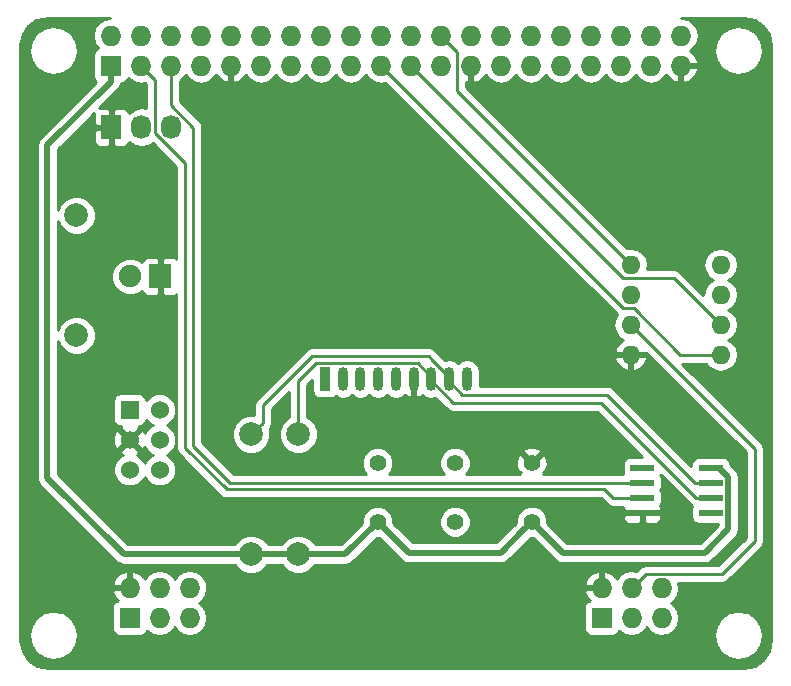
<source format=gtl>
G04 #@! TF.FileFunction,Copper,L1,Top,Signal*
%FSLAX46Y46*%
G04 Gerber Fmt 4.6, Leading zero omitted, Abs format (unit mm)*
G04 Created by KiCad (PCBNEW 4.0.5) date *
%MOMM*%
%LPD*%
G01*
G04 APERTURE LIST*
%ADD10C,0.150000*%
%ADD11R,1.727200X1.727200*%
%ADD12O,1.727200X1.727200*%
%ADD13R,1.727200X2.032000*%
%ADD14O,1.727200X2.032000*%
%ADD15O,1.600000X1.600000*%
%ADD16R,1.900000X2.000000*%
%ADD17C,1.900000*%
%ADD18C,1.400000*%
%ADD19C,1.998980*%
%ADD20R,1.524000X1.524000*%
%ADD21C,1.524000*%
%ADD22R,2.000000X0.600000*%
%ADD23R,0.900000X2.000000*%
%ADD24O,0.900000X2.000000*%
%ADD25C,0.250000*%
%ADD26C,0.500000*%
%ADD27C,0.254000*%
G04 APERTURE END LIST*
D10*
D11*
X83370000Y-68270000D03*
D12*
X83370000Y-65730000D03*
X85910000Y-68270000D03*
X85910000Y-65730000D03*
X88450000Y-68270000D03*
X88450000Y-65730000D03*
X90990000Y-68270000D03*
X90990000Y-65730000D03*
X93530000Y-68270000D03*
X93530000Y-65730000D03*
X96070000Y-68270000D03*
X96070000Y-65730000D03*
X98610000Y-68270000D03*
X98610000Y-65730000D03*
X101150000Y-68270000D03*
X101150000Y-65730000D03*
X103690000Y-68270000D03*
X103690000Y-65730000D03*
X106230000Y-68270000D03*
X106230000Y-65730000D03*
X108770000Y-68270000D03*
X108770000Y-65730000D03*
X111310000Y-68270000D03*
X111310000Y-65730000D03*
X113850000Y-68270000D03*
X113850000Y-65730000D03*
X116390000Y-68270000D03*
X116390000Y-65730000D03*
X118930000Y-68270000D03*
X118930000Y-65730000D03*
X121470000Y-68270000D03*
X121470000Y-65730000D03*
X124010000Y-68270000D03*
X124010000Y-65730000D03*
X126550000Y-68270000D03*
X126550000Y-65730000D03*
X129090000Y-68270000D03*
X129090000Y-65730000D03*
X131630000Y-68270000D03*
X131630000Y-65730000D03*
D13*
X83420000Y-73500000D03*
D14*
X85960000Y-73500000D03*
X88500000Y-73500000D03*
D15*
X127380000Y-85130000D03*
X127380000Y-87670000D03*
X127380000Y-90210000D03*
X127380000Y-92750000D03*
X135000000Y-92750000D03*
X135000000Y-90210000D03*
X135000000Y-87670000D03*
X135000000Y-85130000D03*
D16*
X87547600Y-86129100D03*
D17*
X85007600Y-86129100D03*
D18*
X105950000Y-106900000D03*
X105950000Y-101900000D03*
X112500000Y-106900000D03*
X112500000Y-101900000D03*
X119000000Y-106900000D03*
X119000000Y-101900000D03*
D19*
X95250000Y-109660000D03*
X95250000Y-99500000D03*
X99250000Y-109660000D03*
X99250000Y-99500000D03*
X80461000Y-80960200D03*
X80461000Y-91120200D03*
D11*
X84960000Y-115040000D03*
D12*
X84960000Y-112500000D03*
X87500000Y-115040000D03*
X87500000Y-112500000D03*
X90040000Y-115040000D03*
X90040000Y-112500000D03*
D11*
X124920000Y-115040000D03*
D12*
X124920000Y-112500000D03*
X127460000Y-115040000D03*
X127460000Y-112500000D03*
X130000000Y-115040000D03*
X130000000Y-112500000D03*
D20*
X84960000Y-97420000D03*
D21*
X84960000Y-99960000D03*
X84960000Y-102500000D03*
X87500000Y-102500000D03*
X87500000Y-99960000D03*
X87500000Y-97420000D03*
D22*
X128358480Y-102326680D03*
X128358480Y-103596680D03*
X128358480Y-104866680D03*
X128358480Y-106136680D03*
X134158480Y-106136680D03*
X134158480Y-104866680D03*
X134158480Y-103596680D03*
X134158480Y-102326680D03*
D23*
X101500000Y-94800000D03*
D24*
X103000000Y-94800000D03*
X104500000Y-94800000D03*
X106000000Y-94800000D03*
X109000000Y-94800000D03*
X110500000Y-94800000D03*
X107500000Y-94800000D03*
X112000000Y-94800000D03*
X113500000Y-94800000D03*
D25*
X128358480Y-103596680D02*
X97630000Y-103596680D01*
X97630000Y-103596680D02*
X97196680Y-103596680D01*
X90350000Y-100450000D02*
X93496680Y-103596680D01*
X93496680Y-103596680D02*
X97630000Y-103596680D01*
X90350000Y-96560248D02*
X90350000Y-100450000D01*
X90350000Y-96750000D02*
X90350000Y-96560248D01*
X90350000Y-96560248D02*
X90360248Y-96560248D01*
X90350000Y-96560248D02*
X90350000Y-73516652D01*
X90350000Y-73516652D02*
X88450000Y-71616652D01*
X88450000Y-71616652D02*
X88450000Y-68270000D01*
X128358480Y-104866680D02*
X125886680Y-104866680D01*
X125886680Y-104866680D02*
X125160000Y-104140000D01*
X125160000Y-104140000D02*
X93180000Y-104140000D01*
X93180000Y-104140000D02*
X89688610Y-100648610D01*
X87148610Y-69508610D02*
X85910000Y-68270000D01*
X89688610Y-100648610D02*
X89688610Y-76521958D01*
X89688610Y-76521958D02*
X87148610Y-73981958D01*
X87148610Y-73981958D02*
X87148610Y-69508610D01*
X135000000Y-92750000D02*
X131585002Y-92750000D01*
X131585002Y-92750000D02*
X127630003Y-88795001D01*
X127630003Y-88795001D02*
X126755001Y-88795001D01*
X126755001Y-88795001D02*
X107093599Y-69133599D01*
X107093599Y-69133599D02*
X106230000Y-68270000D01*
X135000000Y-90210000D02*
X131045001Y-86255001D01*
X131045001Y-86255001D02*
X126755001Y-86255001D01*
X126755001Y-86255001D02*
X109633599Y-69133599D01*
X109633599Y-69133599D02*
X108770000Y-68270000D01*
X111310000Y-65730000D02*
X112661399Y-67081399D01*
X112661399Y-70411399D02*
X126580001Y-84330001D01*
X112661399Y-67081399D02*
X112661399Y-70411399D01*
X126580001Y-84330001D02*
X127380000Y-85130000D01*
X137390000Y-100220000D02*
X137880000Y-100710000D01*
X135128601Y-111311399D02*
X133071787Y-111311399D01*
X137880000Y-100710000D02*
X137880000Y-108560000D01*
X137880000Y-108560000D02*
X135128601Y-111311399D01*
X133071787Y-111311399D02*
X130800000Y-111311399D01*
X137390000Y-100220000D02*
X137480000Y-100310000D01*
X127380000Y-90210000D02*
X137390000Y-100220000D01*
X130868763Y-111311399D02*
X130800000Y-111311399D01*
X130800000Y-111311399D02*
X128648601Y-111311399D01*
X128648601Y-111311399D02*
X128323599Y-111636401D01*
X128323599Y-111636401D02*
X127460000Y-112500000D01*
X134158480Y-104866680D02*
X132908480Y-104866680D01*
X132908480Y-104866680D02*
X124841800Y-96800000D01*
X124841800Y-96800000D02*
X112333260Y-96800000D01*
X133458480Y-104866680D02*
X134158480Y-104866680D01*
X110500000Y-95000000D02*
X110500000Y-94633260D01*
X110500000Y-94633260D02*
X109341739Y-93474999D01*
X109341739Y-93474999D02*
X100739999Y-93474999D01*
X100739999Y-93474999D02*
X99250000Y-94964998D01*
X99250000Y-94964998D02*
X99250000Y-98086508D01*
X99250000Y-98086508D02*
X99250000Y-99500000D01*
X110500000Y-95000000D02*
X110533260Y-95000000D01*
X110533260Y-95000000D02*
X112333260Y-96800000D01*
X113125010Y-96125010D02*
X125353220Y-96125010D01*
X125353220Y-96125010D02*
X132824890Y-103596680D01*
X132824890Y-103596680D02*
X132908480Y-103596680D01*
X132908480Y-103596680D02*
X134158480Y-103596680D01*
X110266740Y-92900000D02*
X110566740Y-93200000D01*
X110566740Y-93200000D02*
X112000000Y-94633260D01*
X112000000Y-94633260D02*
X112000000Y-95000000D01*
X95250000Y-99500000D02*
X96249489Y-98500511D01*
X96249489Y-98500511D02*
X96249489Y-97050511D01*
X96249489Y-97050511D02*
X100400000Y-92900000D01*
X100400000Y-92900000D02*
X110266740Y-92900000D01*
X112000000Y-95000000D02*
X113125010Y-96125010D01*
D26*
X105950000Y-106900000D02*
X108580000Y-109530000D01*
X108580000Y-109530000D02*
X116370000Y-109530000D01*
X116370000Y-109530000D02*
X118300001Y-107599999D01*
X118300001Y-107599999D02*
X119000000Y-106900000D01*
X133660000Y-109540000D02*
X135658480Y-107541520D01*
X135658480Y-107541520D02*
X135658480Y-103126680D01*
X134858480Y-102326680D02*
X134158480Y-102326680D01*
X135658480Y-103126680D02*
X134858480Y-102326680D01*
X121640000Y-109540000D02*
X133660000Y-109540000D01*
X119000000Y-106900000D02*
X121640000Y-109540000D01*
X95250000Y-109660000D02*
X84460000Y-109660000D01*
X84460000Y-109660000D02*
X78000000Y-103200000D01*
X78000000Y-75003600D02*
X83370000Y-69633600D01*
X78000000Y-103200000D02*
X78000000Y-75003600D01*
X83370000Y-69633600D02*
X83370000Y-68270000D01*
X99250000Y-109660000D02*
X103190000Y-109660000D01*
X103190000Y-109660000D02*
X105950000Y-106900000D01*
X95250000Y-109660000D02*
X99250000Y-109660000D01*
D27*
G36*
X82796511Y-64316115D02*
X82310330Y-64640971D01*
X81985474Y-65127152D01*
X81871400Y-65700641D01*
X81871400Y-65759359D01*
X81985474Y-66332848D01*
X82296574Y-66798442D01*
X82271083Y-66803238D01*
X82054959Y-66942310D01*
X81909969Y-67154510D01*
X81858960Y-67406400D01*
X81858960Y-69133600D01*
X81903238Y-69368917D01*
X82042310Y-69585041D01*
X82116374Y-69635647D01*
X77374210Y-74377810D01*
X77182367Y-74664925D01*
X77182367Y-74664926D01*
X77114999Y-75003600D01*
X77115000Y-75003605D01*
X77115000Y-103199995D01*
X77114999Y-103200000D01*
X77136053Y-103305841D01*
X77182367Y-103538675D01*
X77374210Y-103825790D01*
X83834208Y-110285787D01*
X83834210Y-110285790D01*
X84026054Y-110413975D01*
X84121326Y-110477634D01*
X84460000Y-110545001D01*
X84460005Y-110545000D01*
X93847153Y-110545000D01*
X93863538Y-110584655D01*
X94322927Y-111044846D01*
X94923453Y-111294206D01*
X95573694Y-111294774D01*
X96174655Y-111046462D01*
X96634846Y-110587073D01*
X96652316Y-110545000D01*
X97847153Y-110545000D01*
X97863538Y-110584655D01*
X98322927Y-111044846D01*
X98923453Y-111294206D01*
X99573694Y-111294774D01*
X100174655Y-111046462D01*
X100634846Y-110587073D01*
X100652316Y-110545000D01*
X103189995Y-110545000D01*
X103190000Y-110545001D01*
X103472484Y-110488810D01*
X103528675Y-110477633D01*
X103815790Y-110285790D01*
X105866651Y-108234928D01*
X106033494Y-108235073D01*
X107954208Y-110155787D01*
X107954210Y-110155790D01*
X108241325Y-110347633D01*
X108291598Y-110357633D01*
X108580000Y-110415001D01*
X108580005Y-110415000D01*
X116369995Y-110415000D01*
X116370000Y-110415001D01*
X116658402Y-110357633D01*
X116708675Y-110347633D01*
X116995790Y-110155790D01*
X118916651Y-108234928D01*
X119083494Y-108235073D01*
X121014208Y-110165787D01*
X121014210Y-110165790D01*
X121301325Y-110357633D01*
X121357516Y-110368810D01*
X121640000Y-110425001D01*
X121640005Y-110425000D01*
X133659995Y-110425000D01*
X133660000Y-110425001D01*
X133942484Y-110368810D01*
X133998675Y-110357633D01*
X134285790Y-110165790D01*
X136284267Y-108167312D01*
X136284270Y-108167310D01*
X136412455Y-107975466D01*
X136476114Y-107880194D01*
X136543481Y-107541520D01*
X136543480Y-107541515D01*
X136543480Y-103126685D01*
X136543481Y-103126680D01*
X136476113Y-102788006D01*
X136476113Y-102788005D01*
X136284270Y-102500890D01*
X136284267Y-102500888D01*
X135804961Y-102021581D01*
X135761642Y-101791363D01*
X135622570Y-101575239D01*
X135410370Y-101430249D01*
X135158480Y-101379240D01*
X133158480Y-101379240D01*
X132923163Y-101423518D01*
X132707039Y-101562590D01*
X132562049Y-101774790D01*
X132511040Y-102026680D01*
X132511040Y-102208028D01*
X125890621Y-95587609D01*
X125644059Y-95422862D01*
X125353220Y-95365010D01*
X114585000Y-95365010D01*
X114585000Y-94217968D01*
X114502409Y-93802756D01*
X114267211Y-93450757D01*
X113915212Y-93215559D01*
X113500000Y-93132968D01*
X113084788Y-93215559D01*
X112750000Y-93439257D01*
X112415212Y-93215559D01*
X112000000Y-93132968D01*
X111645103Y-93203561D01*
X111540581Y-93099039D01*
X125988096Y-93099039D01*
X126148959Y-93487423D01*
X126524866Y-93902389D01*
X127030959Y-94141914D01*
X127253000Y-94020629D01*
X127253000Y-92877000D01*
X127507000Y-92877000D01*
X127507000Y-94020629D01*
X127729041Y-94141914D01*
X128235134Y-93902389D01*
X128611041Y-93487423D01*
X128771904Y-93099039D01*
X128649915Y-92877000D01*
X127507000Y-92877000D01*
X127253000Y-92877000D01*
X126110085Y-92877000D01*
X125988096Y-93099039D01*
X111540581Y-93099039D01*
X110804141Y-92362599D01*
X110557579Y-92197852D01*
X110266740Y-92140000D01*
X100400000Y-92140000D01*
X100109161Y-92197852D01*
X99862599Y-92362599D01*
X95712088Y-96513110D01*
X95547341Y-96759672D01*
X95489489Y-97050511D01*
X95489489Y-97865718D01*
X94926306Y-97865226D01*
X94325345Y-98113538D01*
X93865154Y-98572927D01*
X93615794Y-99173453D01*
X93615226Y-99823694D01*
X93863538Y-100424655D01*
X94322927Y-100884846D01*
X94923453Y-101134206D01*
X95573694Y-101134774D01*
X96174655Y-100886462D01*
X96634846Y-100427073D01*
X96884206Y-99826547D01*
X96884774Y-99176306D01*
X96812039Y-99000274D01*
X96951637Y-98791350D01*
X97009489Y-98500511D01*
X97009489Y-97365313D01*
X98490000Y-95884802D01*
X98490000Y-98045504D01*
X98325345Y-98113538D01*
X97865154Y-98572927D01*
X97615794Y-99173453D01*
X97615226Y-99823694D01*
X97863538Y-100424655D01*
X98322927Y-100884846D01*
X98923453Y-101134206D01*
X99573694Y-101134774D01*
X100174655Y-100886462D01*
X100634846Y-100427073D01*
X100884206Y-99826547D01*
X100884774Y-99176306D01*
X100636462Y-98575345D01*
X100177073Y-98115154D01*
X100010000Y-98045779D01*
X100010000Y-95279800D01*
X100402560Y-94887240D01*
X100402560Y-95800000D01*
X100446838Y-96035317D01*
X100585910Y-96251441D01*
X100798110Y-96396431D01*
X101050000Y-96447440D01*
X101950000Y-96447440D01*
X102185317Y-96403162D01*
X102401441Y-96264090D01*
X102402453Y-96262609D01*
X102584788Y-96384441D01*
X103000000Y-96467032D01*
X103415212Y-96384441D01*
X103750000Y-96160743D01*
X104084788Y-96384441D01*
X104500000Y-96467032D01*
X104915212Y-96384441D01*
X105250000Y-96160743D01*
X105584788Y-96384441D01*
X106000000Y-96467032D01*
X106415212Y-96384441D01*
X106750000Y-96160743D01*
X107084788Y-96384441D01*
X107500000Y-96467032D01*
X107915212Y-96384441D01*
X108267211Y-96149243D01*
X108269923Y-96145184D01*
X108322592Y-96207013D01*
X108705999Y-96394408D01*
X108873000Y-96267502D01*
X108873000Y-94927000D01*
X108853000Y-94927000D01*
X108853000Y-94673000D01*
X108873000Y-94673000D01*
X108873000Y-94653000D01*
X109127000Y-94653000D01*
X109127000Y-94673000D01*
X109147000Y-94673000D01*
X109147000Y-94927000D01*
X109127000Y-94927000D01*
X109127000Y-96267502D01*
X109294001Y-96394408D01*
X109677408Y-96207013D01*
X109730077Y-96145184D01*
X109732789Y-96149243D01*
X110084788Y-96384441D01*
X110500000Y-96467032D01*
X110854897Y-96396439D01*
X111795859Y-97337401D01*
X112042420Y-97502148D01*
X112081895Y-97510000D01*
X112333260Y-97560000D01*
X124526998Y-97560000D01*
X128346238Y-101379240D01*
X127358480Y-101379240D01*
X127123163Y-101423518D01*
X126907039Y-101562590D01*
X126762049Y-101774790D01*
X126711040Y-102026680D01*
X126711040Y-102626680D01*
X126750554Y-102836680D01*
X119984764Y-102836680D01*
X120050526Y-102770918D01*
X119935277Y-102655669D01*
X120171042Y-102593831D01*
X120347419Y-102092878D01*
X120318664Y-101562560D01*
X120171042Y-101206169D01*
X119935275Y-101144331D01*
X119179605Y-101900000D01*
X119193748Y-101914142D01*
X119014142Y-102093748D01*
X119000000Y-102079605D01*
X118985858Y-102093748D01*
X118806252Y-101914142D01*
X118820395Y-101900000D01*
X118064725Y-101144331D01*
X117828958Y-101206169D01*
X117652581Y-101707122D01*
X117681336Y-102237440D01*
X117828958Y-102593831D01*
X118064723Y-102655669D01*
X117949474Y-102770918D01*
X118015236Y-102836680D01*
X113451309Y-102836680D01*
X113631098Y-102657204D01*
X113834768Y-102166713D01*
X113835231Y-101635617D01*
X113632418Y-101144771D01*
X113452686Y-100964725D01*
X118244331Y-100964725D01*
X119000000Y-101720395D01*
X119755669Y-100964725D01*
X119693831Y-100728958D01*
X119192878Y-100552581D01*
X118662560Y-100581336D01*
X118306169Y-100728958D01*
X118244331Y-100964725D01*
X113452686Y-100964725D01*
X113257204Y-100768902D01*
X112766713Y-100565232D01*
X112235617Y-100564769D01*
X111744771Y-100767582D01*
X111368902Y-101142796D01*
X111165232Y-101633287D01*
X111164769Y-102164383D01*
X111367582Y-102655229D01*
X111548717Y-102836680D01*
X106901309Y-102836680D01*
X107081098Y-102657204D01*
X107284768Y-102166713D01*
X107285231Y-101635617D01*
X107082418Y-101144771D01*
X106707204Y-100768902D01*
X106216713Y-100565232D01*
X105685617Y-100564769D01*
X105194771Y-100767582D01*
X104818902Y-101142796D01*
X104615232Y-101633287D01*
X104614769Y-102164383D01*
X104817582Y-102655229D01*
X104998717Y-102836680D01*
X93811482Y-102836680D01*
X91110000Y-100135198D01*
X91110000Y-96611768D01*
X91120248Y-96560248D01*
X91110000Y-96508728D01*
X91110000Y-73516652D01*
X91052148Y-73225813D01*
X90887401Y-72979251D01*
X89210000Y-71301850D01*
X89210000Y-69559262D01*
X89509670Y-69359029D01*
X89720000Y-69044248D01*
X89930330Y-69359029D01*
X90416511Y-69683885D01*
X90990000Y-69797959D01*
X91563489Y-69683885D01*
X92049670Y-69359029D01*
X92265664Y-69035772D01*
X92323179Y-69158490D01*
X92755053Y-69552688D01*
X93170974Y-69724958D01*
X93403000Y-69603817D01*
X93403000Y-68397000D01*
X93383000Y-68397000D01*
X93383000Y-68143000D01*
X93403000Y-68143000D01*
X93403000Y-68123000D01*
X93657000Y-68123000D01*
X93657000Y-68143000D01*
X93677000Y-68143000D01*
X93677000Y-68397000D01*
X93657000Y-68397000D01*
X93657000Y-69603817D01*
X93889026Y-69724958D01*
X94304947Y-69552688D01*
X94736821Y-69158490D01*
X94794336Y-69035772D01*
X95010330Y-69359029D01*
X95496511Y-69683885D01*
X96070000Y-69797959D01*
X96643489Y-69683885D01*
X97129670Y-69359029D01*
X97340000Y-69044248D01*
X97550330Y-69359029D01*
X98036511Y-69683885D01*
X98610000Y-69797959D01*
X99183489Y-69683885D01*
X99669670Y-69359029D01*
X99880000Y-69044248D01*
X100090330Y-69359029D01*
X100576511Y-69683885D01*
X101150000Y-69797959D01*
X101723489Y-69683885D01*
X102209670Y-69359029D01*
X102420000Y-69044248D01*
X102630330Y-69359029D01*
X103116511Y-69683885D01*
X103690000Y-69797959D01*
X104263489Y-69683885D01*
X104749670Y-69359029D01*
X104960000Y-69044248D01*
X105170330Y-69359029D01*
X105656511Y-69683885D01*
X106230000Y-69797959D01*
X106607973Y-69722775D01*
X126217600Y-89332402D01*
X126236945Y-89345328D01*
X126026120Y-89660849D01*
X125916887Y-90210000D01*
X126026120Y-90759151D01*
X126337189Y-91224698D01*
X126741703Y-91494986D01*
X126524866Y-91597611D01*
X126148959Y-92012577D01*
X125988096Y-92400961D01*
X126110085Y-92623000D01*
X127253000Y-92623000D01*
X127253000Y-92603000D01*
X127507000Y-92603000D01*
X127507000Y-92623000D01*
X128649915Y-92623000D01*
X128674127Y-92578929D01*
X137120000Y-101024802D01*
X137120000Y-108245198D01*
X134813799Y-110551399D01*
X128648601Y-110551399D01*
X128357761Y-110609251D01*
X128111200Y-110773998D01*
X127837973Y-111047225D01*
X127460000Y-110972041D01*
X126886511Y-111086115D01*
X126400330Y-111410971D01*
X126184336Y-111734228D01*
X126126821Y-111611510D01*
X125694947Y-111217312D01*
X125279026Y-111045042D01*
X125047000Y-111166183D01*
X125047000Y-112373000D01*
X125067000Y-112373000D01*
X125067000Y-112627000D01*
X125047000Y-112627000D01*
X125047000Y-112647000D01*
X124793000Y-112647000D01*
X124793000Y-112627000D01*
X123585531Y-112627000D01*
X123465032Y-112859027D01*
X123713179Y-113388490D01*
X123899433Y-113558495D01*
X123821083Y-113573238D01*
X123604959Y-113712310D01*
X123459969Y-113924510D01*
X123408960Y-114176400D01*
X123408960Y-115903600D01*
X123453238Y-116138917D01*
X123592310Y-116355041D01*
X123804510Y-116500031D01*
X124056400Y-116551040D01*
X125783600Y-116551040D01*
X126018917Y-116506762D01*
X126235041Y-116367690D01*
X126380031Y-116155490D01*
X126388864Y-116111869D01*
X126400330Y-116129029D01*
X126886511Y-116453885D01*
X127460000Y-116567959D01*
X128033489Y-116453885D01*
X128519670Y-116129029D01*
X128730000Y-115814248D01*
X128940330Y-116129029D01*
X129426511Y-116453885D01*
X130000000Y-116567959D01*
X130341653Y-116500000D01*
X134415000Y-116500000D01*
X134573711Y-117297895D01*
X135025682Y-117974318D01*
X135702105Y-118426289D01*
X136500000Y-118585000D01*
X137297895Y-118426289D01*
X137974318Y-117974318D01*
X138426289Y-117297895D01*
X138585000Y-116500000D01*
X138426289Y-115702105D01*
X137974318Y-115025682D01*
X137297895Y-114573711D01*
X136500000Y-114415000D01*
X135702105Y-114573711D01*
X135025682Y-115025682D01*
X134573711Y-115702105D01*
X134415000Y-116500000D01*
X130341653Y-116500000D01*
X130573489Y-116453885D01*
X131059670Y-116129029D01*
X131384526Y-115642848D01*
X131498600Y-115069359D01*
X131498600Y-115010641D01*
X131384526Y-114437152D01*
X131059670Y-113950971D01*
X130788828Y-113770000D01*
X131059670Y-113589029D01*
X131384526Y-113102848D01*
X131498600Y-112529359D01*
X131498600Y-112470641D01*
X131419186Y-112071399D01*
X135128601Y-112071399D01*
X135419440Y-112013547D01*
X135666002Y-111848800D01*
X138417401Y-109097401D01*
X138582148Y-108850839D01*
X138640000Y-108560000D01*
X138640000Y-100710000D01*
X138582148Y-100419161D01*
X138417401Y-100172599D01*
X131754802Y-93510000D01*
X133787005Y-93510000D01*
X133957189Y-93764698D01*
X134422736Y-94075767D01*
X134971887Y-94185000D01*
X135028113Y-94185000D01*
X135577264Y-94075767D01*
X136042811Y-93764698D01*
X136353880Y-93299151D01*
X136463113Y-92750000D01*
X136353880Y-92200849D01*
X136042811Y-91735302D01*
X135660725Y-91480000D01*
X136042811Y-91224698D01*
X136353880Y-90759151D01*
X136463113Y-90210000D01*
X136353880Y-89660849D01*
X136042811Y-89195302D01*
X135660725Y-88940000D01*
X136042811Y-88684698D01*
X136353880Y-88219151D01*
X136463113Y-87670000D01*
X136353880Y-87120849D01*
X136042811Y-86655302D01*
X135660725Y-86400000D01*
X136042811Y-86144698D01*
X136353880Y-85679151D01*
X136463113Y-85130000D01*
X136353880Y-84580849D01*
X136042811Y-84115302D01*
X135577264Y-83804233D01*
X135028113Y-83695000D01*
X134971887Y-83695000D01*
X134422736Y-83804233D01*
X133957189Y-84115302D01*
X133646120Y-84580849D01*
X133536887Y-85130000D01*
X133646120Y-85679151D01*
X133957189Y-86144698D01*
X134339275Y-86400000D01*
X133957189Y-86655302D01*
X133646120Y-87120849D01*
X133536887Y-87670000D01*
X133537405Y-87672603D01*
X131582402Y-85717600D01*
X131335840Y-85552853D01*
X131045001Y-85495001D01*
X128770510Y-85495001D01*
X128843113Y-85130000D01*
X128733880Y-84580849D01*
X128422811Y-84115302D01*
X127957264Y-83804233D01*
X127408113Y-83695000D01*
X127351887Y-83695000D01*
X127074898Y-83750096D01*
X113421399Y-70096597D01*
X113421399Y-69696141D01*
X113490974Y-69724958D01*
X113723000Y-69603817D01*
X113723000Y-68397000D01*
X113703000Y-68397000D01*
X113703000Y-68143000D01*
X113723000Y-68143000D01*
X113723000Y-68123000D01*
X113977000Y-68123000D01*
X113977000Y-68143000D01*
X113997000Y-68143000D01*
X113997000Y-68397000D01*
X113977000Y-68397000D01*
X113977000Y-69603817D01*
X114209026Y-69724958D01*
X114624947Y-69552688D01*
X115056821Y-69158490D01*
X115114336Y-69035772D01*
X115330330Y-69359029D01*
X115816511Y-69683885D01*
X116390000Y-69797959D01*
X116963489Y-69683885D01*
X117449670Y-69359029D01*
X117660000Y-69044248D01*
X117870330Y-69359029D01*
X118356511Y-69683885D01*
X118930000Y-69797959D01*
X119503489Y-69683885D01*
X119989670Y-69359029D01*
X120200000Y-69044248D01*
X120410330Y-69359029D01*
X120896511Y-69683885D01*
X121470000Y-69797959D01*
X122043489Y-69683885D01*
X122529670Y-69359029D01*
X122740000Y-69044248D01*
X122950330Y-69359029D01*
X123436511Y-69683885D01*
X124010000Y-69797959D01*
X124583489Y-69683885D01*
X125069670Y-69359029D01*
X125280000Y-69044248D01*
X125490330Y-69359029D01*
X125976511Y-69683885D01*
X126550000Y-69797959D01*
X127123489Y-69683885D01*
X127609670Y-69359029D01*
X127820000Y-69044248D01*
X128030330Y-69359029D01*
X128516511Y-69683885D01*
X129090000Y-69797959D01*
X129663489Y-69683885D01*
X130149670Y-69359029D01*
X130365664Y-69035772D01*
X130423179Y-69158490D01*
X130855053Y-69552688D01*
X131270974Y-69724958D01*
X131503000Y-69603817D01*
X131503000Y-68397000D01*
X131757000Y-68397000D01*
X131757000Y-69603817D01*
X131989026Y-69724958D01*
X132404947Y-69552688D01*
X132836821Y-69158490D01*
X133084968Y-68629027D01*
X132964469Y-68397000D01*
X131757000Y-68397000D01*
X131503000Y-68397000D01*
X131483000Y-68397000D01*
X131483000Y-68143000D01*
X131503000Y-68143000D01*
X131503000Y-68123000D01*
X131757000Y-68123000D01*
X131757000Y-68143000D01*
X132964469Y-68143000D01*
X133084968Y-67910973D01*
X132836821Y-67381510D01*
X132418848Y-67000000D01*
X134415000Y-67000000D01*
X134573711Y-67797895D01*
X135025682Y-68474318D01*
X135702105Y-68926289D01*
X136500000Y-69085000D01*
X137297895Y-68926289D01*
X137974318Y-68474318D01*
X138426289Y-67797895D01*
X138585000Y-67000000D01*
X138426289Y-66202105D01*
X137974318Y-65525682D01*
X137297895Y-65073711D01*
X136500000Y-64915000D01*
X135702105Y-65073711D01*
X135025682Y-65525682D01*
X134573711Y-66202105D01*
X134415000Y-67000000D01*
X132418848Y-67000000D01*
X132418839Y-66999992D01*
X132689670Y-66819029D01*
X133014526Y-66332848D01*
X133128600Y-65759359D01*
X133128600Y-65700641D01*
X133014526Y-65127152D01*
X132689670Y-64640971D01*
X132203489Y-64316115D01*
X131670013Y-64210000D01*
X136930069Y-64210000D01*
X137871023Y-64397167D01*
X138609439Y-64890561D01*
X139102833Y-65628977D01*
X139290000Y-66569931D01*
X139290000Y-116930069D01*
X139102833Y-117871023D01*
X138609439Y-118609439D01*
X137871023Y-119102833D01*
X136930069Y-119290000D01*
X78069931Y-119290000D01*
X77128977Y-119102833D01*
X76390561Y-118609439D01*
X75897167Y-117871023D01*
X75710000Y-116930069D01*
X75710000Y-116500000D01*
X76415000Y-116500000D01*
X76573711Y-117297895D01*
X77025682Y-117974318D01*
X77702105Y-118426289D01*
X78500000Y-118585000D01*
X79297895Y-118426289D01*
X79974318Y-117974318D01*
X80426289Y-117297895D01*
X80585000Y-116500000D01*
X80426289Y-115702105D01*
X79974318Y-115025682D01*
X79297895Y-114573711D01*
X78500000Y-114415000D01*
X77702105Y-114573711D01*
X77025682Y-115025682D01*
X76573711Y-115702105D01*
X76415000Y-116500000D01*
X75710000Y-116500000D01*
X75710000Y-114176400D01*
X83448960Y-114176400D01*
X83448960Y-115903600D01*
X83493238Y-116138917D01*
X83632310Y-116355041D01*
X83844510Y-116500031D01*
X84096400Y-116551040D01*
X85823600Y-116551040D01*
X86058917Y-116506762D01*
X86275041Y-116367690D01*
X86420031Y-116155490D01*
X86428864Y-116111869D01*
X86440330Y-116129029D01*
X86926511Y-116453885D01*
X87500000Y-116567959D01*
X88073489Y-116453885D01*
X88559670Y-116129029D01*
X88770000Y-115814248D01*
X88980330Y-116129029D01*
X89466511Y-116453885D01*
X90040000Y-116567959D01*
X90613489Y-116453885D01*
X91099670Y-116129029D01*
X91424526Y-115642848D01*
X91538600Y-115069359D01*
X91538600Y-115010641D01*
X91424526Y-114437152D01*
X91099670Y-113950971D01*
X90828828Y-113770000D01*
X91099670Y-113589029D01*
X91424526Y-113102848D01*
X91538600Y-112529359D01*
X91538600Y-112470641D01*
X91473025Y-112140973D01*
X123465032Y-112140973D01*
X123585531Y-112373000D01*
X124793000Y-112373000D01*
X124793000Y-111166183D01*
X124560974Y-111045042D01*
X124145053Y-111217312D01*
X123713179Y-111611510D01*
X123465032Y-112140973D01*
X91473025Y-112140973D01*
X91424526Y-111897152D01*
X91099670Y-111410971D01*
X90613489Y-111086115D01*
X90040000Y-110972041D01*
X89466511Y-111086115D01*
X88980330Y-111410971D01*
X88770000Y-111725752D01*
X88559670Y-111410971D01*
X88073489Y-111086115D01*
X87500000Y-110972041D01*
X86926511Y-111086115D01*
X86440330Y-111410971D01*
X86224336Y-111734228D01*
X86166821Y-111611510D01*
X85734947Y-111217312D01*
X85319026Y-111045042D01*
X85087000Y-111166183D01*
X85087000Y-112373000D01*
X85107000Y-112373000D01*
X85107000Y-112627000D01*
X85087000Y-112627000D01*
X85087000Y-112647000D01*
X84833000Y-112647000D01*
X84833000Y-112627000D01*
X83625531Y-112627000D01*
X83505032Y-112859027D01*
X83753179Y-113388490D01*
X83939433Y-113558495D01*
X83861083Y-113573238D01*
X83644959Y-113712310D01*
X83499969Y-113924510D01*
X83448960Y-114176400D01*
X75710000Y-114176400D01*
X75710000Y-112140973D01*
X83505032Y-112140973D01*
X83625531Y-112373000D01*
X84833000Y-112373000D01*
X84833000Y-111166183D01*
X84600974Y-111045042D01*
X84185053Y-111217312D01*
X83753179Y-111611510D01*
X83505032Y-112140973D01*
X75710000Y-112140973D01*
X75710000Y-67000000D01*
X76415000Y-67000000D01*
X76573711Y-67797895D01*
X77025682Y-68474318D01*
X77702105Y-68926289D01*
X78500000Y-69085000D01*
X79297895Y-68926289D01*
X79974318Y-68474318D01*
X80426289Y-67797895D01*
X80585000Y-67000000D01*
X80426289Y-66202105D01*
X79974318Y-65525682D01*
X79297895Y-65073711D01*
X78500000Y-64915000D01*
X77702105Y-65073711D01*
X77025682Y-65525682D01*
X76573711Y-66202105D01*
X76415000Y-67000000D01*
X75710000Y-67000000D01*
X75710000Y-66569931D01*
X75897167Y-65628977D01*
X76390561Y-64890561D01*
X77074008Y-64433896D01*
X81985051Y-64433896D01*
X81993651Y-64483571D01*
X82020899Y-64525985D01*
X82062502Y-64554457D01*
X82111905Y-64564500D01*
X82188100Y-64564557D01*
X82223839Y-64559453D01*
X82268455Y-64535981D01*
X82300424Y-64497001D01*
X82314709Y-64448655D01*
X82314714Y-64448598D01*
X82306515Y-64391341D01*
X82279235Y-64348947D01*
X82237610Y-64320506D01*
X82188200Y-64310500D01*
X82112000Y-64310500D01*
X82069217Y-64317923D01*
X82026065Y-64343989D01*
X81996455Y-64384790D01*
X81985051Y-64433896D01*
X77074008Y-64433896D01*
X77128977Y-64397167D01*
X78069931Y-64210000D01*
X83329987Y-64210000D01*
X82796511Y-64316115D01*
X82796511Y-64316115D01*
G37*
X82796511Y-64316115D02*
X82310330Y-64640971D01*
X81985474Y-65127152D01*
X81871400Y-65700641D01*
X81871400Y-65759359D01*
X81985474Y-66332848D01*
X82296574Y-66798442D01*
X82271083Y-66803238D01*
X82054959Y-66942310D01*
X81909969Y-67154510D01*
X81858960Y-67406400D01*
X81858960Y-69133600D01*
X81903238Y-69368917D01*
X82042310Y-69585041D01*
X82116374Y-69635647D01*
X77374210Y-74377810D01*
X77182367Y-74664925D01*
X77182367Y-74664926D01*
X77114999Y-75003600D01*
X77115000Y-75003605D01*
X77115000Y-103199995D01*
X77114999Y-103200000D01*
X77136053Y-103305841D01*
X77182367Y-103538675D01*
X77374210Y-103825790D01*
X83834208Y-110285787D01*
X83834210Y-110285790D01*
X84026054Y-110413975D01*
X84121326Y-110477634D01*
X84460000Y-110545001D01*
X84460005Y-110545000D01*
X93847153Y-110545000D01*
X93863538Y-110584655D01*
X94322927Y-111044846D01*
X94923453Y-111294206D01*
X95573694Y-111294774D01*
X96174655Y-111046462D01*
X96634846Y-110587073D01*
X96652316Y-110545000D01*
X97847153Y-110545000D01*
X97863538Y-110584655D01*
X98322927Y-111044846D01*
X98923453Y-111294206D01*
X99573694Y-111294774D01*
X100174655Y-111046462D01*
X100634846Y-110587073D01*
X100652316Y-110545000D01*
X103189995Y-110545000D01*
X103190000Y-110545001D01*
X103472484Y-110488810D01*
X103528675Y-110477633D01*
X103815790Y-110285790D01*
X105866651Y-108234928D01*
X106033494Y-108235073D01*
X107954208Y-110155787D01*
X107954210Y-110155790D01*
X108241325Y-110347633D01*
X108291598Y-110357633D01*
X108580000Y-110415001D01*
X108580005Y-110415000D01*
X116369995Y-110415000D01*
X116370000Y-110415001D01*
X116658402Y-110357633D01*
X116708675Y-110347633D01*
X116995790Y-110155790D01*
X118916651Y-108234928D01*
X119083494Y-108235073D01*
X121014208Y-110165787D01*
X121014210Y-110165790D01*
X121301325Y-110357633D01*
X121357516Y-110368810D01*
X121640000Y-110425001D01*
X121640005Y-110425000D01*
X133659995Y-110425000D01*
X133660000Y-110425001D01*
X133942484Y-110368810D01*
X133998675Y-110357633D01*
X134285790Y-110165790D01*
X136284267Y-108167312D01*
X136284270Y-108167310D01*
X136412455Y-107975466D01*
X136476114Y-107880194D01*
X136543481Y-107541520D01*
X136543480Y-107541515D01*
X136543480Y-103126685D01*
X136543481Y-103126680D01*
X136476113Y-102788006D01*
X136476113Y-102788005D01*
X136284270Y-102500890D01*
X136284267Y-102500888D01*
X135804961Y-102021581D01*
X135761642Y-101791363D01*
X135622570Y-101575239D01*
X135410370Y-101430249D01*
X135158480Y-101379240D01*
X133158480Y-101379240D01*
X132923163Y-101423518D01*
X132707039Y-101562590D01*
X132562049Y-101774790D01*
X132511040Y-102026680D01*
X132511040Y-102208028D01*
X125890621Y-95587609D01*
X125644059Y-95422862D01*
X125353220Y-95365010D01*
X114585000Y-95365010D01*
X114585000Y-94217968D01*
X114502409Y-93802756D01*
X114267211Y-93450757D01*
X113915212Y-93215559D01*
X113500000Y-93132968D01*
X113084788Y-93215559D01*
X112750000Y-93439257D01*
X112415212Y-93215559D01*
X112000000Y-93132968D01*
X111645103Y-93203561D01*
X111540581Y-93099039D01*
X125988096Y-93099039D01*
X126148959Y-93487423D01*
X126524866Y-93902389D01*
X127030959Y-94141914D01*
X127253000Y-94020629D01*
X127253000Y-92877000D01*
X127507000Y-92877000D01*
X127507000Y-94020629D01*
X127729041Y-94141914D01*
X128235134Y-93902389D01*
X128611041Y-93487423D01*
X128771904Y-93099039D01*
X128649915Y-92877000D01*
X127507000Y-92877000D01*
X127253000Y-92877000D01*
X126110085Y-92877000D01*
X125988096Y-93099039D01*
X111540581Y-93099039D01*
X110804141Y-92362599D01*
X110557579Y-92197852D01*
X110266740Y-92140000D01*
X100400000Y-92140000D01*
X100109161Y-92197852D01*
X99862599Y-92362599D01*
X95712088Y-96513110D01*
X95547341Y-96759672D01*
X95489489Y-97050511D01*
X95489489Y-97865718D01*
X94926306Y-97865226D01*
X94325345Y-98113538D01*
X93865154Y-98572927D01*
X93615794Y-99173453D01*
X93615226Y-99823694D01*
X93863538Y-100424655D01*
X94322927Y-100884846D01*
X94923453Y-101134206D01*
X95573694Y-101134774D01*
X96174655Y-100886462D01*
X96634846Y-100427073D01*
X96884206Y-99826547D01*
X96884774Y-99176306D01*
X96812039Y-99000274D01*
X96951637Y-98791350D01*
X97009489Y-98500511D01*
X97009489Y-97365313D01*
X98490000Y-95884802D01*
X98490000Y-98045504D01*
X98325345Y-98113538D01*
X97865154Y-98572927D01*
X97615794Y-99173453D01*
X97615226Y-99823694D01*
X97863538Y-100424655D01*
X98322927Y-100884846D01*
X98923453Y-101134206D01*
X99573694Y-101134774D01*
X100174655Y-100886462D01*
X100634846Y-100427073D01*
X100884206Y-99826547D01*
X100884774Y-99176306D01*
X100636462Y-98575345D01*
X100177073Y-98115154D01*
X100010000Y-98045779D01*
X100010000Y-95279800D01*
X100402560Y-94887240D01*
X100402560Y-95800000D01*
X100446838Y-96035317D01*
X100585910Y-96251441D01*
X100798110Y-96396431D01*
X101050000Y-96447440D01*
X101950000Y-96447440D01*
X102185317Y-96403162D01*
X102401441Y-96264090D01*
X102402453Y-96262609D01*
X102584788Y-96384441D01*
X103000000Y-96467032D01*
X103415212Y-96384441D01*
X103750000Y-96160743D01*
X104084788Y-96384441D01*
X104500000Y-96467032D01*
X104915212Y-96384441D01*
X105250000Y-96160743D01*
X105584788Y-96384441D01*
X106000000Y-96467032D01*
X106415212Y-96384441D01*
X106750000Y-96160743D01*
X107084788Y-96384441D01*
X107500000Y-96467032D01*
X107915212Y-96384441D01*
X108267211Y-96149243D01*
X108269923Y-96145184D01*
X108322592Y-96207013D01*
X108705999Y-96394408D01*
X108873000Y-96267502D01*
X108873000Y-94927000D01*
X108853000Y-94927000D01*
X108853000Y-94673000D01*
X108873000Y-94673000D01*
X108873000Y-94653000D01*
X109127000Y-94653000D01*
X109127000Y-94673000D01*
X109147000Y-94673000D01*
X109147000Y-94927000D01*
X109127000Y-94927000D01*
X109127000Y-96267502D01*
X109294001Y-96394408D01*
X109677408Y-96207013D01*
X109730077Y-96145184D01*
X109732789Y-96149243D01*
X110084788Y-96384441D01*
X110500000Y-96467032D01*
X110854897Y-96396439D01*
X111795859Y-97337401D01*
X112042420Y-97502148D01*
X112081895Y-97510000D01*
X112333260Y-97560000D01*
X124526998Y-97560000D01*
X128346238Y-101379240D01*
X127358480Y-101379240D01*
X127123163Y-101423518D01*
X126907039Y-101562590D01*
X126762049Y-101774790D01*
X126711040Y-102026680D01*
X126711040Y-102626680D01*
X126750554Y-102836680D01*
X119984764Y-102836680D01*
X120050526Y-102770918D01*
X119935277Y-102655669D01*
X120171042Y-102593831D01*
X120347419Y-102092878D01*
X120318664Y-101562560D01*
X120171042Y-101206169D01*
X119935275Y-101144331D01*
X119179605Y-101900000D01*
X119193748Y-101914142D01*
X119014142Y-102093748D01*
X119000000Y-102079605D01*
X118985858Y-102093748D01*
X118806252Y-101914142D01*
X118820395Y-101900000D01*
X118064725Y-101144331D01*
X117828958Y-101206169D01*
X117652581Y-101707122D01*
X117681336Y-102237440D01*
X117828958Y-102593831D01*
X118064723Y-102655669D01*
X117949474Y-102770918D01*
X118015236Y-102836680D01*
X113451309Y-102836680D01*
X113631098Y-102657204D01*
X113834768Y-102166713D01*
X113835231Y-101635617D01*
X113632418Y-101144771D01*
X113452686Y-100964725D01*
X118244331Y-100964725D01*
X119000000Y-101720395D01*
X119755669Y-100964725D01*
X119693831Y-100728958D01*
X119192878Y-100552581D01*
X118662560Y-100581336D01*
X118306169Y-100728958D01*
X118244331Y-100964725D01*
X113452686Y-100964725D01*
X113257204Y-100768902D01*
X112766713Y-100565232D01*
X112235617Y-100564769D01*
X111744771Y-100767582D01*
X111368902Y-101142796D01*
X111165232Y-101633287D01*
X111164769Y-102164383D01*
X111367582Y-102655229D01*
X111548717Y-102836680D01*
X106901309Y-102836680D01*
X107081098Y-102657204D01*
X107284768Y-102166713D01*
X107285231Y-101635617D01*
X107082418Y-101144771D01*
X106707204Y-100768902D01*
X106216713Y-100565232D01*
X105685617Y-100564769D01*
X105194771Y-100767582D01*
X104818902Y-101142796D01*
X104615232Y-101633287D01*
X104614769Y-102164383D01*
X104817582Y-102655229D01*
X104998717Y-102836680D01*
X93811482Y-102836680D01*
X91110000Y-100135198D01*
X91110000Y-96611768D01*
X91120248Y-96560248D01*
X91110000Y-96508728D01*
X91110000Y-73516652D01*
X91052148Y-73225813D01*
X90887401Y-72979251D01*
X89210000Y-71301850D01*
X89210000Y-69559262D01*
X89509670Y-69359029D01*
X89720000Y-69044248D01*
X89930330Y-69359029D01*
X90416511Y-69683885D01*
X90990000Y-69797959D01*
X91563489Y-69683885D01*
X92049670Y-69359029D01*
X92265664Y-69035772D01*
X92323179Y-69158490D01*
X92755053Y-69552688D01*
X93170974Y-69724958D01*
X93403000Y-69603817D01*
X93403000Y-68397000D01*
X93383000Y-68397000D01*
X93383000Y-68143000D01*
X93403000Y-68143000D01*
X93403000Y-68123000D01*
X93657000Y-68123000D01*
X93657000Y-68143000D01*
X93677000Y-68143000D01*
X93677000Y-68397000D01*
X93657000Y-68397000D01*
X93657000Y-69603817D01*
X93889026Y-69724958D01*
X94304947Y-69552688D01*
X94736821Y-69158490D01*
X94794336Y-69035772D01*
X95010330Y-69359029D01*
X95496511Y-69683885D01*
X96070000Y-69797959D01*
X96643489Y-69683885D01*
X97129670Y-69359029D01*
X97340000Y-69044248D01*
X97550330Y-69359029D01*
X98036511Y-69683885D01*
X98610000Y-69797959D01*
X99183489Y-69683885D01*
X99669670Y-69359029D01*
X99880000Y-69044248D01*
X100090330Y-69359029D01*
X100576511Y-69683885D01*
X101150000Y-69797959D01*
X101723489Y-69683885D01*
X102209670Y-69359029D01*
X102420000Y-69044248D01*
X102630330Y-69359029D01*
X103116511Y-69683885D01*
X103690000Y-69797959D01*
X104263489Y-69683885D01*
X104749670Y-69359029D01*
X104960000Y-69044248D01*
X105170330Y-69359029D01*
X105656511Y-69683885D01*
X106230000Y-69797959D01*
X106607973Y-69722775D01*
X126217600Y-89332402D01*
X126236945Y-89345328D01*
X126026120Y-89660849D01*
X125916887Y-90210000D01*
X126026120Y-90759151D01*
X126337189Y-91224698D01*
X126741703Y-91494986D01*
X126524866Y-91597611D01*
X126148959Y-92012577D01*
X125988096Y-92400961D01*
X126110085Y-92623000D01*
X127253000Y-92623000D01*
X127253000Y-92603000D01*
X127507000Y-92603000D01*
X127507000Y-92623000D01*
X128649915Y-92623000D01*
X128674127Y-92578929D01*
X137120000Y-101024802D01*
X137120000Y-108245198D01*
X134813799Y-110551399D01*
X128648601Y-110551399D01*
X128357761Y-110609251D01*
X128111200Y-110773998D01*
X127837973Y-111047225D01*
X127460000Y-110972041D01*
X126886511Y-111086115D01*
X126400330Y-111410971D01*
X126184336Y-111734228D01*
X126126821Y-111611510D01*
X125694947Y-111217312D01*
X125279026Y-111045042D01*
X125047000Y-111166183D01*
X125047000Y-112373000D01*
X125067000Y-112373000D01*
X125067000Y-112627000D01*
X125047000Y-112627000D01*
X125047000Y-112647000D01*
X124793000Y-112647000D01*
X124793000Y-112627000D01*
X123585531Y-112627000D01*
X123465032Y-112859027D01*
X123713179Y-113388490D01*
X123899433Y-113558495D01*
X123821083Y-113573238D01*
X123604959Y-113712310D01*
X123459969Y-113924510D01*
X123408960Y-114176400D01*
X123408960Y-115903600D01*
X123453238Y-116138917D01*
X123592310Y-116355041D01*
X123804510Y-116500031D01*
X124056400Y-116551040D01*
X125783600Y-116551040D01*
X126018917Y-116506762D01*
X126235041Y-116367690D01*
X126380031Y-116155490D01*
X126388864Y-116111869D01*
X126400330Y-116129029D01*
X126886511Y-116453885D01*
X127460000Y-116567959D01*
X128033489Y-116453885D01*
X128519670Y-116129029D01*
X128730000Y-115814248D01*
X128940330Y-116129029D01*
X129426511Y-116453885D01*
X130000000Y-116567959D01*
X130341653Y-116500000D01*
X134415000Y-116500000D01*
X134573711Y-117297895D01*
X135025682Y-117974318D01*
X135702105Y-118426289D01*
X136500000Y-118585000D01*
X137297895Y-118426289D01*
X137974318Y-117974318D01*
X138426289Y-117297895D01*
X138585000Y-116500000D01*
X138426289Y-115702105D01*
X137974318Y-115025682D01*
X137297895Y-114573711D01*
X136500000Y-114415000D01*
X135702105Y-114573711D01*
X135025682Y-115025682D01*
X134573711Y-115702105D01*
X134415000Y-116500000D01*
X130341653Y-116500000D01*
X130573489Y-116453885D01*
X131059670Y-116129029D01*
X131384526Y-115642848D01*
X131498600Y-115069359D01*
X131498600Y-115010641D01*
X131384526Y-114437152D01*
X131059670Y-113950971D01*
X130788828Y-113770000D01*
X131059670Y-113589029D01*
X131384526Y-113102848D01*
X131498600Y-112529359D01*
X131498600Y-112470641D01*
X131419186Y-112071399D01*
X135128601Y-112071399D01*
X135419440Y-112013547D01*
X135666002Y-111848800D01*
X138417401Y-109097401D01*
X138582148Y-108850839D01*
X138640000Y-108560000D01*
X138640000Y-100710000D01*
X138582148Y-100419161D01*
X138417401Y-100172599D01*
X131754802Y-93510000D01*
X133787005Y-93510000D01*
X133957189Y-93764698D01*
X134422736Y-94075767D01*
X134971887Y-94185000D01*
X135028113Y-94185000D01*
X135577264Y-94075767D01*
X136042811Y-93764698D01*
X136353880Y-93299151D01*
X136463113Y-92750000D01*
X136353880Y-92200849D01*
X136042811Y-91735302D01*
X135660725Y-91480000D01*
X136042811Y-91224698D01*
X136353880Y-90759151D01*
X136463113Y-90210000D01*
X136353880Y-89660849D01*
X136042811Y-89195302D01*
X135660725Y-88940000D01*
X136042811Y-88684698D01*
X136353880Y-88219151D01*
X136463113Y-87670000D01*
X136353880Y-87120849D01*
X136042811Y-86655302D01*
X135660725Y-86400000D01*
X136042811Y-86144698D01*
X136353880Y-85679151D01*
X136463113Y-85130000D01*
X136353880Y-84580849D01*
X136042811Y-84115302D01*
X135577264Y-83804233D01*
X135028113Y-83695000D01*
X134971887Y-83695000D01*
X134422736Y-83804233D01*
X133957189Y-84115302D01*
X133646120Y-84580849D01*
X133536887Y-85130000D01*
X133646120Y-85679151D01*
X133957189Y-86144698D01*
X134339275Y-86400000D01*
X133957189Y-86655302D01*
X133646120Y-87120849D01*
X133536887Y-87670000D01*
X133537405Y-87672603D01*
X131582402Y-85717600D01*
X131335840Y-85552853D01*
X131045001Y-85495001D01*
X128770510Y-85495001D01*
X128843113Y-85130000D01*
X128733880Y-84580849D01*
X128422811Y-84115302D01*
X127957264Y-83804233D01*
X127408113Y-83695000D01*
X127351887Y-83695000D01*
X127074898Y-83750096D01*
X113421399Y-70096597D01*
X113421399Y-69696141D01*
X113490974Y-69724958D01*
X113723000Y-69603817D01*
X113723000Y-68397000D01*
X113703000Y-68397000D01*
X113703000Y-68143000D01*
X113723000Y-68143000D01*
X113723000Y-68123000D01*
X113977000Y-68123000D01*
X113977000Y-68143000D01*
X113997000Y-68143000D01*
X113997000Y-68397000D01*
X113977000Y-68397000D01*
X113977000Y-69603817D01*
X114209026Y-69724958D01*
X114624947Y-69552688D01*
X115056821Y-69158490D01*
X115114336Y-69035772D01*
X115330330Y-69359029D01*
X115816511Y-69683885D01*
X116390000Y-69797959D01*
X116963489Y-69683885D01*
X117449670Y-69359029D01*
X117660000Y-69044248D01*
X117870330Y-69359029D01*
X118356511Y-69683885D01*
X118930000Y-69797959D01*
X119503489Y-69683885D01*
X119989670Y-69359029D01*
X120200000Y-69044248D01*
X120410330Y-69359029D01*
X120896511Y-69683885D01*
X121470000Y-69797959D01*
X122043489Y-69683885D01*
X122529670Y-69359029D01*
X122740000Y-69044248D01*
X122950330Y-69359029D01*
X123436511Y-69683885D01*
X124010000Y-69797959D01*
X124583489Y-69683885D01*
X125069670Y-69359029D01*
X125280000Y-69044248D01*
X125490330Y-69359029D01*
X125976511Y-69683885D01*
X126550000Y-69797959D01*
X127123489Y-69683885D01*
X127609670Y-69359029D01*
X127820000Y-69044248D01*
X128030330Y-69359029D01*
X128516511Y-69683885D01*
X129090000Y-69797959D01*
X129663489Y-69683885D01*
X130149670Y-69359029D01*
X130365664Y-69035772D01*
X130423179Y-69158490D01*
X130855053Y-69552688D01*
X131270974Y-69724958D01*
X131503000Y-69603817D01*
X131503000Y-68397000D01*
X131757000Y-68397000D01*
X131757000Y-69603817D01*
X131989026Y-69724958D01*
X132404947Y-69552688D01*
X132836821Y-69158490D01*
X133084968Y-68629027D01*
X132964469Y-68397000D01*
X131757000Y-68397000D01*
X131503000Y-68397000D01*
X131483000Y-68397000D01*
X131483000Y-68143000D01*
X131503000Y-68143000D01*
X131503000Y-68123000D01*
X131757000Y-68123000D01*
X131757000Y-68143000D01*
X132964469Y-68143000D01*
X133084968Y-67910973D01*
X132836821Y-67381510D01*
X132418848Y-67000000D01*
X134415000Y-67000000D01*
X134573711Y-67797895D01*
X135025682Y-68474318D01*
X135702105Y-68926289D01*
X136500000Y-69085000D01*
X137297895Y-68926289D01*
X137974318Y-68474318D01*
X138426289Y-67797895D01*
X138585000Y-67000000D01*
X138426289Y-66202105D01*
X137974318Y-65525682D01*
X137297895Y-65073711D01*
X136500000Y-64915000D01*
X135702105Y-65073711D01*
X135025682Y-65525682D01*
X134573711Y-66202105D01*
X134415000Y-67000000D01*
X132418848Y-67000000D01*
X132418839Y-66999992D01*
X132689670Y-66819029D01*
X133014526Y-66332848D01*
X133128600Y-65759359D01*
X133128600Y-65700641D01*
X133014526Y-65127152D01*
X132689670Y-64640971D01*
X132203489Y-64316115D01*
X131670013Y-64210000D01*
X136930069Y-64210000D01*
X137871023Y-64397167D01*
X138609439Y-64890561D01*
X139102833Y-65628977D01*
X139290000Y-66569931D01*
X139290000Y-116930069D01*
X139102833Y-117871023D01*
X138609439Y-118609439D01*
X137871023Y-119102833D01*
X136930069Y-119290000D01*
X78069931Y-119290000D01*
X77128977Y-119102833D01*
X76390561Y-118609439D01*
X75897167Y-117871023D01*
X75710000Y-116930069D01*
X75710000Y-116500000D01*
X76415000Y-116500000D01*
X76573711Y-117297895D01*
X77025682Y-117974318D01*
X77702105Y-118426289D01*
X78500000Y-118585000D01*
X79297895Y-118426289D01*
X79974318Y-117974318D01*
X80426289Y-117297895D01*
X80585000Y-116500000D01*
X80426289Y-115702105D01*
X79974318Y-115025682D01*
X79297895Y-114573711D01*
X78500000Y-114415000D01*
X77702105Y-114573711D01*
X77025682Y-115025682D01*
X76573711Y-115702105D01*
X76415000Y-116500000D01*
X75710000Y-116500000D01*
X75710000Y-114176400D01*
X83448960Y-114176400D01*
X83448960Y-115903600D01*
X83493238Y-116138917D01*
X83632310Y-116355041D01*
X83844510Y-116500031D01*
X84096400Y-116551040D01*
X85823600Y-116551040D01*
X86058917Y-116506762D01*
X86275041Y-116367690D01*
X86420031Y-116155490D01*
X86428864Y-116111869D01*
X86440330Y-116129029D01*
X86926511Y-116453885D01*
X87500000Y-116567959D01*
X88073489Y-116453885D01*
X88559670Y-116129029D01*
X88770000Y-115814248D01*
X88980330Y-116129029D01*
X89466511Y-116453885D01*
X90040000Y-116567959D01*
X90613489Y-116453885D01*
X91099670Y-116129029D01*
X91424526Y-115642848D01*
X91538600Y-115069359D01*
X91538600Y-115010641D01*
X91424526Y-114437152D01*
X91099670Y-113950971D01*
X90828828Y-113770000D01*
X91099670Y-113589029D01*
X91424526Y-113102848D01*
X91538600Y-112529359D01*
X91538600Y-112470641D01*
X91473025Y-112140973D01*
X123465032Y-112140973D01*
X123585531Y-112373000D01*
X124793000Y-112373000D01*
X124793000Y-111166183D01*
X124560974Y-111045042D01*
X124145053Y-111217312D01*
X123713179Y-111611510D01*
X123465032Y-112140973D01*
X91473025Y-112140973D01*
X91424526Y-111897152D01*
X91099670Y-111410971D01*
X90613489Y-111086115D01*
X90040000Y-110972041D01*
X89466511Y-111086115D01*
X88980330Y-111410971D01*
X88770000Y-111725752D01*
X88559670Y-111410971D01*
X88073489Y-111086115D01*
X87500000Y-110972041D01*
X86926511Y-111086115D01*
X86440330Y-111410971D01*
X86224336Y-111734228D01*
X86166821Y-111611510D01*
X85734947Y-111217312D01*
X85319026Y-111045042D01*
X85087000Y-111166183D01*
X85087000Y-112373000D01*
X85107000Y-112373000D01*
X85107000Y-112627000D01*
X85087000Y-112627000D01*
X85087000Y-112647000D01*
X84833000Y-112647000D01*
X84833000Y-112627000D01*
X83625531Y-112627000D01*
X83505032Y-112859027D01*
X83753179Y-113388490D01*
X83939433Y-113558495D01*
X83861083Y-113573238D01*
X83644959Y-113712310D01*
X83499969Y-113924510D01*
X83448960Y-114176400D01*
X75710000Y-114176400D01*
X75710000Y-112140973D01*
X83505032Y-112140973D01*
X83625531Y-112373000D01*
X84833000Y-112373000D01*
X84833000Y-111166183D01*
X84600974Y-111045042D01*
X84185053Y-111217312D01*
X83753179Y-111611510D01*
X83505032Y-112140973D01*
X75710000Y-112140973D01*
X75710000Y-67000000D01*
X76415000Y-67000000D01*
X76573711Y-67797895D01*
X77025682Y-68474318D01*
X77702105Y-68926289D01*
X78500000Y-69085000D01*
X79297895Y-68926289D01*
X79974318Y-68474318D01*
X80426289Y-67797895D01*
X80585000Y-67000000D01*
X80426289Y-66202105D01*
X79974318Y-65525682D01*
X79297895Y-65073711D01*
X78500000Y-64915000D01*
X77702105Y-65073711D01*
X77025682Y-65525682D01*
X76573711Y-66202105D01*
X76415000Y-67000000D01*
X75710000Y-67000000D01*
X75710000Y-66569931D01*
X75897167Y-65628977D01*
X76390561Y-64890561D01*
X77074008Y-64433896D01*
X81985051Y-64433896D01*
X81993651Y-64483571D01*
X82020899Y-64525985D01*
X82062502Y-64554457D01*
X82111905Y-64564500D01*
X82188100Y-64564557D01*
X82223839Y-64559453D01*
X82268455Y-64535981D01*
X82300424Y-64497001D01*
X82314709Y-64448655D01*
X82314714Y-64448598D01*
X82306515Y-64391341D01*
X82279235Y-64348947D01*
X82237610Y-64320506D01*
X82188200Y-64310500D01*
X82112000Y-64310500D01*
X82069217Y-64317923D01*
X82026065Y-64343989D01*
X81996455Y-64384790D01*
X81985051Y-64433896D01*
X77074008Y-64433896D01*
X77128977Y-64397167D01*
X78069931Y-64210000D01*
X83329987Y-64210000D01*
X82796511Y-64316115D01*
G36*
X84850330Y-69359029D02*
X85336511Y-69683885D01*
X85910000Y-69797959D01*
X86287973Y-69722775D01*
X86388610Y-69823412D01*
X86388610Y-71901911D01*
X85960000Y-71816655D01*
X85386511Y-71930729D01*
X84900330Y-72255585D01*
X84885500Y-72277780D01*
X84821927Y-72124302D01*
X84643299Y-71945673D01*
X84409910Y-71849000D01*
X83705750Y-71849000D01*
X83547000Y-72007750D01*
X83547000Y-73373000D01*
X83567000Y-73373000D01*
X83567000Y-73627000D01*
X83547000Y-73627000D01*
X83547000Y-74992250D01*
X83705750Y-75151000D01*
X84409910Y-75151000D01*
X84643299Y-75054327D01*
X84821927Y-74875698D01*
X84885500Y-74722220D01*
X84900330Y-74744415D01*
X85386511Y-75069271D01*
X85960000Y-75183345D01*
X86533489Y-75069271D01*
X86909727Y-74817877D01*
X88928610Y-76836760D01*
X88928610Y-84662084D01*
X88857299Y-84590773D01*
X88623910Y-84494100D01*
X87833350Y-84494100D01*
X87674600Y-84652850D01*
X87674600Y-86002100D01*
X87694600Y-86002100D01*
X87694600Y-86256100D01*
X87674600Y-86256100D01*
X87674600Y-87605350D01*
X87833350Y-87764100D01*
X88623910Y-87764100D01*
X88857299Y-87667427D01*
X88928610Y-87596116D01*
X88928610Y-100648610D01*
X88986462Y-100939449D01*
X89151209Y-101186011D01*
X92642599Y-104677401D01*
X92889161Y-104842148D01*
X93180000Y-104900000D01*
X124845198Y-104900000D01*
X125349279Y-105404081D01*
X125595841Y-105568828D01*
X125886680Y-105626680D01*
X126758146Y-105626680D01*
X126723480Y-105710370D01*
X126723480Y-105850930D01*
X126882230Y-106009680D01*
X128231480Y-106009680D01*
X128231480Y-105989680D01*
X128485480Y-105989680D01*
X128485480Y-106009680D01*
X129834730Y-106009680D01*
X129993480Y-105850930D01*
X129993480Y-105710370D01*
X129903674Y-105493558D01*
X129954911Y-105418570D01*
X130005920Y-105166680D01*
X130005920Y-104566680D01*
X129961642Y-104331363D01*
X129897802Y-104232152D01*
X129954911Y-104148570D01*
X130005920Y-103896680D01*
X130005920Y-103296680D01*
X129961642Y-103061363D01*
X129897802Y-102962152D01*
X129910527Y-102943529D01*
X132371079Y-105404081D01*
X132586962Y-105548329D01*
X132562049Y-105584790D01*
X132511040Y-105836680D01*
X132511040Y-106436680D01*
X132555318Y-106671997D01*
X132694390Y-106888121D01*
X132906590Y-107033111D01*
X133158480Y-107084120D01*
X134773480Y-107084120D01*
X134773480Y-107174941D01*
X133293420Y-108655000D01*
X122006579Y-108655000D01*
X120334928Y-106983348D01*
X120335231Y-106635617D01*
X120247145Y-106422430D01*
X126723480Y-106422430D01*
X126723480Y-106562990D01*
X126820153Y-106796379D01*
X126998782Y-106975007D01*
X127232171Y-107071680D01*
X128072730Y-107071680D01*
X128231480Y-106912930D01*
X128231480Y-106263680D01*
X128485480Y-106263680D01*
X128485480Y-106912930D01*
X128644230Y-107071680D01*
X129484789Y-107071680D01*
X129718178Y-106975007D01*
X129896807Y-106796379D01*
X129993480Y-106562990D01*
X129993480Y-106422430D01*
X129834730Y-106263680D01*
X128485480Y-106263680D01*
X128231480Y-106263680D01*
X126882230Y-106263680D01*
X126723480Y-106422430D01*
X120247145Y-106422430D01*
X120132418Y-106144771D01*
X119757204Y-105768902D01*
X119266713Y-105565232D01*
X118735617Y-105564769D01*
X118244771Y-105767582D01*
X117868902Y-106142796D01*
X117665232Y-106633287D01*
X117664927Y-106983494D01*
X116003420Y-108645000D01*
X108946579Y-108645000D01*
X107465963Y-107164383D01*
X111164769Y-107164383D01*
X111367582Y-107655229D01*
X111742796Y-108031098D01*
X112233287Y-108234768D01*
X112764383Y-108235231D01*
X113255229Y-108032418D01*
X113631098Y-107657204D01*
X113834768Y-107166713D01*
X113835231Y-106635617D01*
X113632418Y-106144771D01*
X113257204Y-105768902D01*
X112766713Y-105565232D01*
X112235617Y-105564769D01*
X111744771Y-105767582D01*
X111368902Y-106142796D01*
X111165232Y-106633287D01*
X111164769Y-107164383D01*
X107465963Y-107164383D01*
X107284928Y-106983348D01*
X107285231Y-106635617D01*
X107082418Y-106144771D01*
X106707204Y-105768902D01*
X106216713Y-105565232D01*
X105685617Y-105564769D01*
X105194771Y-105767582D01*
X104818902Y-106142796D01*
X104615232Y-106633287D01*
X104614927Y-106983494D01*
X102823420Y-108775000D01*
X100652847Y-108775000D01*
X100636462Y-108735345D01*
X100177073Y-108275154D01*
X99576547Y-108025794D01*
X98926306Y-108025226D01*
X98325345Y-108273538D01*
X97865154Y-108732927D01*
X97847684Y-108775000D01*
X96652847Y-108775000D01*
X96636462Y-108735345D01*
X96177073Y-108275154D01*
X95576547Y-108025794D01*
X94926306Y-108025226D01*
X94325345Y-108273538D01*
X93865154Y-108732927D01*
X93847684Y-108775000D01*
X84826579Y-108775000D01*
X78885000Y-102833420D01*
X78885000Y-99752302D01*
X83550856Y-99752302D01*
X83578638Y-100307368D01*
X83737603Y-100691143D01*
X83979787Y-100760608D01*
X84780395Y-99960000D01*
X83979787Y-99159392D01*
X83737603Y-99228857D01*
X83550856Y-99752302D01*
X78885000Y-99752302D01*
X78885000Y-96658000D01*
X83550560Y-96658000D01*
X83550560Y-98182000D01*
X83594838Y-98417317D01*
X83733910Y-98633441D01*
X83946110Y-98778431D01*
X84198000Y-98829440D01*
X84202516Y-98829440D01*
X84159392Y-98979787D01*
X84960000Y-99780395D01*
X85760608Y-98979787D01*
X85717484Y-98829440D01*
X85722000Y-98829440D01*
X85957317Y-98785162D01*
X86173441Y-98646090D01*
X86318431Y-98433890D01*
X86355492Y-98250876D01*
X86707630Y-98603629D01*
X86915512Y-98689949D01*
X86709697Y-98774990D01*
X86316371Y-99167630D01*
X86236605Y-99359727D01*
X86182397Y-99228857D01*
X85940213Y-99159392D01*
X85139605Y-99960000D01*
X85940213Y-100760608D01*
X86182397Y-100691143D01*
X86232509Y-100550682D01*
X86314990Y-100750303D01*
X86707630Y-101143629D01*
X86915512Y-101229949D01*
X86709697Y-101314990D01*
X86316371Y-101707630D01*
X86230051Y-101915512D01*
X86145010Y-101709697D01*
X85752370Y-101316371D01*
X85560273Y-101236605D01*
X85691143Y-101182397D01*
X85760608Y-100940213D01*
X84960000Y-100139605D01*
X84159392Y-100940213D01*
X84228857Y-101182397D01*
X84369318Y-101232509D01*
X84169697Y-101314990D01*
X83776371Y-101707630D01*
X83563243Y-102220900D01*
X83562758Y-102776661D01*
X83774990Y-103290303D01*
X84167630Y-103683629D01*
X84680900Y-103896757D01*
X85236661Y-103897242D01*
X85750303Y-103685010D01*
X86143629Y-103292370D01*
X86229949Y-103084488D01*
X86314990Y-103290303D01*
X86707630Y-103683629D01*
X87220900Y-103896757D01*
X87776661Y-103897242D01*
X88290303Y-103685010D01*
X88683629Y-103292370D01*
X88896757Y-102779100D01*
X88897242Y-102223339D01*
X88685010Y-101709697D01*
X88292370Y-101316371D01*
X88084488Y-101230051D01*
X88290303Y-101145010D01*
X88683629Y-100752370D01*
X88896757Y-100239100D01*
X88897242Y-99683339D01*
X88685010Y-99169697D01*
X88292370Y-98776371D01*
X88084488Y-98690051D01*
X88290303Y-98605010D01*
X88683629Y-98212370D01*
X88896757Y-97699100D01*
X88897242Y-97143339D01*
X88685010Y-96629697D01*
X88292370Y-96236371D01*
X87779100Y-96023243D01*
X87223339Y-96022758D01*
X86709697Y-96234990D01*
X86356237Y-96587833D01*
X86325162Y-96422683D01*
X86186090Y-96206559D01*
X85973890Y-96061569D01*
X85722000Y-96010560D01*
X84198000Y-96010560D01*
X83962683Y-96054838D01*
X83746559Y-96193910D01*
X83601569Y-96406110D01*
X83550560Y-96658000D01*
X78885000Y-96658000D01*
X78885000Y-91586138D01*
X79074538Y-92044855D01*
X79533927Y-92505046D01*
X80134453Y-92754406D01*
X80784694Y-92754974D01*
X81385655Y-92506662D01*
X81845846Y-92047273D01*
X82095206Y-91446747D01*
X82095774Y-90796506D01*
X81847462Y-90195545D01*
X81388073Y-89735354D01*
X80787547Y-89485994D01*
X80137306Y-89485426D01*
X79536345Y-89733738D01*
X79076154Y-90193127D01*
X78885000Y-90653477D01*
X78885000Y-86442993D01*
X83422325Y-86442993D01*
X83663119Y-87025757D01*
X84108597Y-87472014D01*
X84690941Y-87713824D01*
X85321493Y-87714375D01*
X85904257Y-87473581D01*
X86009467Y-87368555D01*
X86059273Y-87488798D01*
X86237901Y-87667427D01*
X86471290Y-87764100D01*
X87261850Y-87764100D01*
X87420600Y-87605350D01*
X87420600Y-86256100D01*
X87400600Y-86256100D01*
X87400600Y-86002100D01*
X87420600Y-86002100D01*
X87420600Y-84652850D01*
X87261850Y-84494100D01*
X86471290Y-84494100D01*
X86237901Y-84590773D01*
X86059273Y-84769402D01*
X86009588Y-84889351D01*
X85906603Y-84786186D01*
X85324259Y-84544376D01*
X84693707Y-84543825D01*
X84110943Y-84784619D01*
X83664686Y-85230097D01*
X83422876Y-85812441D01*
X83422325Y-86442993D01*
X78885000Y-86442993D01*
X78885000Y-81426138D01*
X79074538Y-81884855D01*
X79533927Y-82345046D01*
X80134453Y-82594406D01*
X80784694Y-82594974D01*
X81385655Y-82346662D01*
X81845846Y-81887273D01*
X82095206Y-81286747D01*
X82095774Y-80636506D01*
X81847462Y-80035545D01*
X81388073Y-79575354D01*
X80787547Y-79325994D01*
X80137306Y-79325426D01*
X79536345Y-79573738D01*
X79076154Y-80033127D01*
X78885000Y-80493477D01*
X78885000Y-75370180D01*
X80469429Y-73785750D01*
X81921400Y-73785750D01*
X81921400Y-74642309D01*
X82018073Y-74875698D01*
X82196701Y-75054327D01*
X82430090Y-75151000D01*
X83134250Y-75151000D01*
X83293000Y-74992250D01*
X83293000Y-73627000D01*
X82080150Y-73627000D01*
X81921400Y-73785750D01*
X80469429Y-73785750D01*
X81938308Y-72316871D01*
X81921400Y-72357691D01*
X81921400Y-73214250D01*
X82080150Y-73373000D01*
X83293000Y-73373000D01*
X83293000Y-72007750D01*
X83134250Y-71849000D01*
X82430090Y-71849000D01*
X82389272Y-71865907D01*
X83995787Y-70259392D01*
X83995790Y-70259390D01*
X84187633Y-69972275D01*
X84207182Y-69873998D01*
X84225673Y-69781040D01*
X84233600Y-69781040D01*
X84468917Y-69736762D01*
X84685041Y-69597690D01*
X84830031Y-69385490D01*
X84838864Y-69341869D01*
X84850330Y-69359029D01*
X84850330Y-69359029D01*
G37*
X84850330Y-69359029D02*
X85336511Y-69683885D01*
X85910000Y-69797959D01*
X86287973Y-69722775D01*
X86388610Y-69823412D01*
X86388610Y-71901911D01*
X85960000Y-71816655D01*
X85386511Y-71930729D01*
X84900330Y-72255585D01*
X84885500Y-72277780D01*
X84821927Y-72124302D01*
X84643299Y-71945673D01*
X84409910Y-71849000D01*
X83705750Y-71849000D01*
X83547000Y-72007750D01*
X83547000Y-73373000D01*
X83567000Y-73373000D01*
X83567000Y-73627000D01*
X83547000Y-73627000D01*
X83547000Y-74992250D01*
X83705750Y-75151000D01*
X84409910Y-75151000D01*
X84643299Y-75054327D01*
X84821927Y-74875698D01*
X84885500Y-74722220D01*
X84900330Y-74744415D01*
X85386511Y-75069271D01*
X85960000Y-75183345D01*
X86533489Y-75069271D01*
X86909727Y-74817877D01*
X88928610Y-76836760D01*
X88928610Y-84662084D01*
X88857299Y-84590773D01*
X88623910Y-84494100D01*
X87833350Y-84494100D01*
X87674600Y-84652850D01*
X87674600Y-86002100D01*
X87694600Y-86002100D01*
X87694600Y-86256100D01*
X87674600Y-86256100D01*
X87674600Y-87605350D01*
X87833350Y-87764100D01*
X88623910Y-87764100D01*
X88857299Y-87667427D01*
X88928610Y-87596116D01*
X88928610Y-100648610D01*
X88986462Y-100939449D01*
X89151209Y-101186011D01*
X92642599Y-104677401D01*
X92889161Y-104842148D01*
X93180000Y-104900000D01*
X124845198Y-104900000D01*
X125349279Y-105404081D01*
X125595841Y-105568828D01*
X125886680Y-105626680D01*
X126758146Y-105626680D01*
X126723480Y-105710370D01*
X126723480Y-105850930D01*
X126882230Y-106009680D01*
X128231480Y-106009680D01*
X128231480Y-105989680D01*
X128485480Y-105989680D01*
X128485480Y-106009680D01*
X129834730Y-106009680D01*
X129993480Y-105850930D01*
X129993480Y-105710370D01*
X129903674Y-105493558D01*
X129954911Y-105418570D01*
X130005920Y-105166680D01*
X130005920Y-104566680D01*
X129961642Y-104331363D01*
X129897802Y-104232152D01*
X129954911Y-104148570D01*
X130005920Y-103896680D01*
X130005920Y-103296680D01*
X129961642Y-103061363D01*
X129897802Y-102962152D01*
X129910527Y-102943529D01*
X132371079Y-105404081D01*
X132586962Y-105548329D01*
X132562049Y-105584790D01*
X132511040Y-105836680D01*
X132511040Y-106436680D01*
X132555318Y-106671997D01*
X132694390Y-106888121D01*
X132906590Y-107033111D01*
X133158480Y-107084120D01*
X134773480Y-107084120D01*
X134773480Y-107174941D01*
X133293420Y-108655000D01*
X122006579Y-108655000D01*
X120334928Y-106983348D01*
X120335231Y-106635617D01*
X120247145Y-106422430D01*
X126723480Y-106422430D01*
X126723480Y-106562990D01*
X126820153Y-106796379D01*
X126998782Y-106975007D01*
X127232171Y-107071680D01*
X128072730Y-107071680D01*
X128231480Y-106912930D01*
X128231480Y-106263680D01*
X128485480Y-106263680D01*
X128485480Y-106912930D01*
X128644230Y-107071680D01*
X129484789Y-107071680D01*
X129718178Y-106975007D01*
X129896807Y-106796379D01*
X129993480Y-106562990D01*
X129993480Y-106422430D01*
X129834730Y-106263680D01*
X128485480Y-106263680D01*
X128231480Y-106263680D01*
X126882230Y-106263680D01*
X126723480Y-106422430D01*
X120247145Y-106422430D01*
X120132418Y-106144771D01*
X119757204Y-105768902D01*
X119266713Y-105565232D01*
X118735617Y-105564769D01*
X118244771Y-105767582D01*
X117868902Y-106142796D01*
X117665232Y-106633287D01*
X117664927Y-106983494D01*
X116003420Y-108645000D01*
X108946579Y-108645000D01*
X107465963Y-107164383D01*
X111164769Y-107164383D01*
X111367582Y-107655229D01*
X111742796Y-108031098D01*
X112233287Y-108234768D01*
X112764383Y-108235231D01*
X113255229Y-108032418D01*
X113631098Y-107657204D01*
X113834768Y-107166713D01*
X113835231Y-106635617D01*
X113632418Y-106144771D01*
X113257204Y-105768902D01*
X112766713Y-105565232D01*
X112235617Y-105564769D01*
X111744771Y-105767582D01*
X111368902Y-106142796D01*
X111165232Y-106633287D01*
X111164769Y-107164383D01*
X107465963Y-107164383D01*
X107284928Y-106983348D01*
X107285231Y-106635617D01*
X107082418Y-106144771D01*
X106707204Y-105768902D01*
X106216713Y-105565232D01*
X105685617Y-105564769D01*
X105194771Y-105767582D01*
X104818902Y-106142796D01*
X104615232Y-106633287D01*
X104614927Y-106983494D01*
X102823420Y-108775000D01*
X100652847Y-108775000D01*
X100636462Y-108735345D01*
X100177073Y-108275154D01*
X99576547Y-108025794D01*
X98926306Y-108025226D01*
X98325345Y-108273538D01*
X97865154Y-108732927D01*
X97847684Y-108775000D01*
X96652847Y-108775000D01*
X96636462Y-108735345D01*
X96177073Y-108275154D01*
X95576547Y-108025794D01*
X94926306Y-108025226D01*
X94325345Y-108273538D01*
X93865154Y-108732927D01*
X93847684Y-108775000D01*
X84826579Y-108775000D01*
X78885000Y-102833420D01*
X78885000Y-99752302D01*
X83550856Y-99752302D01*
X83578638Y-100307368D01*
X83737603Y-100691143D01*
X83979787Y-100760608D01*
X84780395Y-99960000D01*
X83979787Y-99159392D01*
X83737603Y-99228857D01*
X83550856Y-99752302D01*
X78885000Y-99752302D01*
X78885000Y-96658000D01*
X83550560Y-96658000D01*
X83550560Y-98182000D01*
X83594838Y-98417317D01*
X83733910Y-98633441D01*
X83946110Y-98778431D01*
X84198000Y-98829440D01*
X84202516Y-98829440D01*
X84159392Y-98979787D01*
X84960000Y-99780395D01*
X85760608Y-98979787D01*
X85717484Y-98829440D01*
X85722000Y-98829440D01*
X85957317Y-98785162D01*
X86173441Y-98646090D01*
X86318431Y-98433890D01*
X86355492Y-98250876D01*
X86707630Y-98603629D01*
X86915512Y-98689949D01*
X86709697Y-98774990D01*
X86316371Y-99167630D01*
X86236605Y-99359727D01*
X86182397Y-99228857D01*
X85940213Y-99159392D01*
X85139605Y-99960000D01*
X85940213Y-100760608D01*
X86182397Y-100691143D01*
X86232509Y-100550682D01*
X86314990Y-100750303D01*
X86707630Y-101143629D01*
X86915512Y-101229949D01*
X86709697Y-101314990D01*
X86316371Y-101707630D01*
X86230051Y-101915512D01*
X86145010Y-101709697D01*
X85752370Y-101316371D01*
X85560273Y-101236605D01*
X85691143Y-101182397D01*
X85760608Y-100940213D01*
X84960000Y-100139605D01*
X84159392Y-100940213D01*
X84228857Y-101182397D01*
X84369318Y-101232509D01*
X84169697Y-101314990D01*
X83776371Y-101707630D01*
X83563243Y-102220900D01*
X83562758Y-102776661D01*
X83774990Y-103290303D01*
X84167630Y-103683629D01*
X84680900Y-103896757D01*
X85236661Y-103897242D01*
X85750303Y-103685010D01*
X86143629Y-103292370D01*
X86229949Y-103084488D01*
X86314990Y-103290303D01*
X86707630Y-103683629D01*
X87220900Y-103896757D01*
X87776661Y-103897242D01*
X88290303Y-103685010D01*
X88683629Y-103292370D01*
X88896757Y-102779100D01*
X88897242Y-102223339D01*
X88685010Y-101709697D01*
X88292370Y-101316371D01*
X88084488Y-101230051D01*
X88290303Y-101145010D01*
X88683629Y-100752370D01*
X88896757Y-100239100D01*
X88897242Y-99683339D01*
X88685010Y-99169697D01*
X88292370Y-98776371D01*
X88084488Y-98690051D01*
X88290303Y-98605010D01*
X88683629Y-98212370D01*
X88896757Y-97699100D01*
X88897242Y-97143339D01*
X88685010Y-96629697D01*
X88292370Y-96236371D01*
X87779100Y-96023243D01*
X87223339Y-96022758D01*
X86709697Y-96234990D01*
X86356237Y-96587833D01*
X86325162Y-96422683D01*
X86186090Y-96206559D01*
X85973890Y-96061569D01*
X85722000Y-96010560D01*
X84198000Y-96010560D01*
X83962683Y-96054838D01*
X83746559Y-96193910D01*
X83601569Y-96406110D01*
X83550560Y-96658000D01*
X78885000Y-96658000D01*
X78885000Y-91586138D01*
X79074538Y-92044855D01*
X79533927Y-92505046D01*
X80134453Y-92754406D01*
X80784694Y-92754974D01*
X81385655Y-92506662D01*
X81845846Y-92047273D01*
X82095206Y-91446747D01*
X82095774Y-90796506D01*
X81847462Y-90195545D01*
X81388073Y-89735354D01*
X80787547Y-89485994D01*
X80137306Y-89485426D01*
X79536345Y-89733738D01*
X79076154Y-90193127D01*
X78885000Y-90653477D01*
X78885000Y-86442993D01*
X83422325Y-86442993D01*
X83663119Y-87025757D01*
X84108597Y-87472014D01*
X84690941Y-87713824D01*
X85321493Y-87714375D01*
X85904257Y-87473581D01*
X86009467Y-87368555D01*
X86059273Y-87488798D01*
X86237901Y-87667427D01*
X86471290Y-87764100D01*
X87261850Y-87764100D01*
X87420600Y-87605350D01*
X87420600Y-86256100D01*
X87400600Y-86256100D01*
X87400600Y-86002100D01*
X87420600Y-86002100D01*
X87420600Y-84652850D01*
X87261850Y-84494100D01*
X86471290Y-84494100D01*
X86237901Y-84590773D01*
X86059273Y-84769402D01*
X86009588Y-84889351D01*
X85906603Y-84786186D01*
X85324259Y-84544376D01*
X84693707Y-84543825D01*
X84110943Y-84784619D01*
X83664686Y-85230097D01*
X83422876Y-85812441D01*
X83422325Y-86442993D01*
X78885000Y-86442993D01*
X78885000Y-81426138D01*
X79074538Y-81884855D01*
X79533927Y-82345046D01*
X80134453Y-82594406D01*
X80784694Y-82594974D01*
X81385655Y-82346662D01*
X81845846Y-81887273D01*
X82095206Y-81286747D01*
X82095774Y-80636506D01*
X81847462Y-80035545D01*
X81388073Y-79575354D01*
X80787547Y-79325994D01*
X80137306Y-79325426D01*
X79536345Y-79573738D01*
X79076154Y-80033127D01*
X78885000Y-80493477D01*
X78885000Y-75370180D01*
X80469429Y-73785750D01*
X81921400Y-73785750D01*
X81921400Y-74642309D01*
X82018073Y-74875698D01*
X82196701Y-75054327D01*
X82430090Y-75151000D01*
X83134250Y-75151000D01*
X83293000Y-74992250D01*
X83293000Y-73627000D01*
X82080150Y-73627000D01*
X81921400Y-73785750D01*
X80469429Y-73785750D01*
X81938308Y-72316871D01*
X81921400Y-72357691D01*
X81921400Y-73214250D01*
X82080150Y-73373000D01*
X83293000Y-73373000D01*
X83293000Y-72007750D01*
X83134250Y-71849000D01*
X82430090Y-71849000D01*
X82389272Y-71865907D01*
X83995787Y-70259392D01*
X83995790Y-70259390D01*
X84187633Y-69972275D01*
X84207182Y-69873998D01*
X84225673Y-69781040D01*
X84233600Y-69781040D01*
X84468917Y-69736762D01*
X84685041Y-69597690D01*
X84830031Y-69385490D01*
X84838864Y-69341869D01*
X84850330Y-69359029D01*
M02*

</source>
